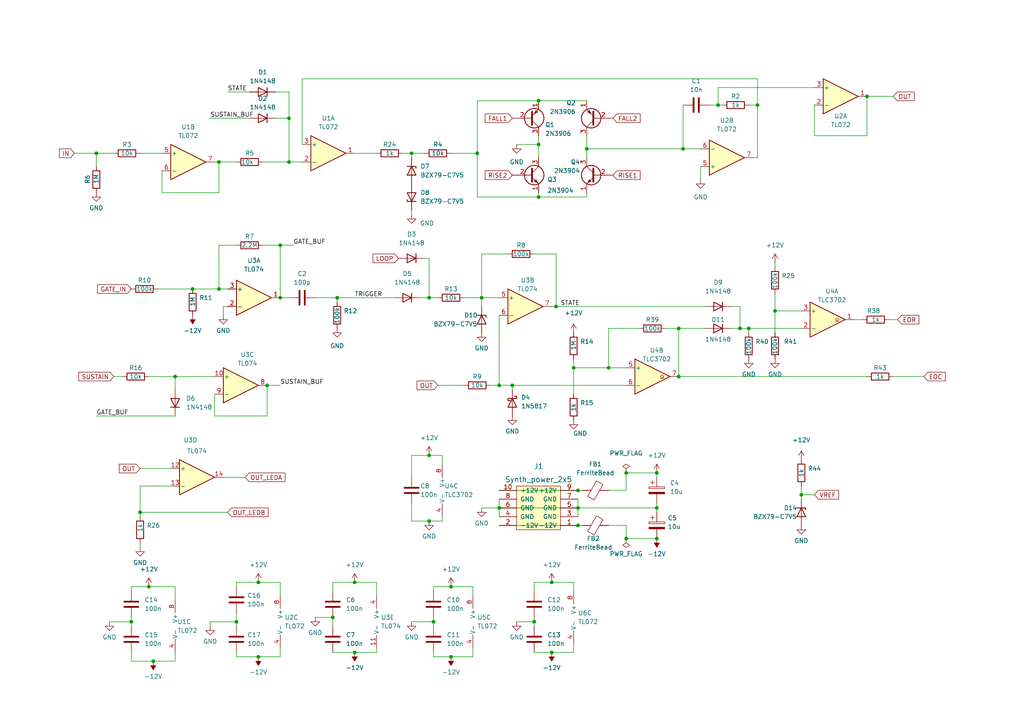
<source format=kicad_sch>
(kicad_sch (version 20230121) (generator eeschema)
  (paper "A4")
  (title_block (title "Kosmo Slopes") (date "2023-03-18"))
  (junction (at 102.87 189.23))
  (junction (at 190.5 156.21))
  (junction (at 170.18 43.18))
  (junction (at 214.63 95.25))
  (junction (at 167.64 147.32))
  (junction (at 43.18 170.18))
  (junction (at 83.82 34.29))
  (junction (at 232.41 143.51))
  (junction (at 154.94 180.34))
  (junction (at 196.85 109.22))
  (junction (at 68.58 180.34))
  (junction (at 63.5 46.99))
  (junction (at 251.46 27.94))
  (junction (at 77.47 111.76))
  (junction (at 81.28 86.36))
  (junction (at 198.12 43.18))
  (junction (at 50.8 109.22))
  (junction (at 167.64 152.4))
  (junction (at 176.53 106.68))
  (junction (at 124.46 132.08))
  (junction (at 217.17 95.25))
  (junction (at 167.64 142.24))
  (junction (at 156.21 29.21))
  (junction (at 148.59 111.76))
  (junction (at 55.88 83.82))
  (junction (at 219.71 30.48))
  (junction (at 102.87 168.91))
  (junction (at 181.61 156.21))
  (junction (at 166.37 106.68))
  (junction (at 208.28 30.48))
  (junction (at 190.5 137.16))
  (junction (at 160.02 189.23))
  (junction (at 130.81 190.5))
  (junction (at 40.64 148.59))
  (junction (at 190.5 147.32))
  (junction (at 97.79 86.36))
  (junction (at 161.29 88.9))
  (junction (at 74.93 190.5))
  (junction (at 224.79 90.17))
  (junction (at 144.78 147.32))
  (junction (at 124.46 151.13))
  (junction (at 44.45 191.77))
  (junction (at 124.46 86.36))
  (junction (at 74.93 168.91))
  (junction (at 181.61 137.16))
  (junction (at 27.94 44.45))
  (junction (at 196.85 95.25))
  (junction (at 96.52 179.07))
  (junction (at 160.02 168.91))
  (junction (at 144.78 111.76))
  (junction (at 138.43 44.45))
  (junction (at 83.82 46.99))
  (junction (at 139.7 86.36))
  (junction (at 130.81 170.18))
  (junction (at 63.5 83.82))
  (junction (at 119.38 44.45))
  (junction (at 38.1 180.34))
  (junction (at 81.28 71.12))
  (junction (at 156.21 41.91))
  (junction (at 125.73 180.34))
  (junction (at 156.21 57.15))
  (wire (pts (xy 251.46 39.37) (xy 251.46 27.94)))
  (wire (pts (xy 38.1 171.45) (xy 38.1 170.18)))
  (wire (pts (xy 154.94 179.07) (xy 154.94 180.34)))
  (wire (pts (xy 218.44 45.72) (xy 219.71 45.72)))
  (wire (pts (xy 81.28 86.36) (xy 83.82 86.36)))
  (wire (pts (xy 236.22 25.4) (xy 208.28 25.4)))
  (wire (pts (xy 128.27 134.62) (xy 128.27 132.08)))
  (wire (pts (xy 198.12 30.48) (xy 198.12 43.18)))
  (wire (pts (xy 219.71 22.86) (xy 219.71 30.48)))
  (wire (pts (xy 27.94 44.45) (xy 27.94 48.26)))
  (wire (pts (xy 63.5 83.82) (xy 66.04 83.82)))
  (wire (pts (xy 46.99 49.53) (xy 46.99 55.88)))
  (wire (pts (xy 190.5 137.16) (xy 190.5 138.43)))
  (wire (pts (xy 66.04 26.67) (xy 72.39 26.67)))
  (wire (pts (xy 44.45 191.77) (xy 50.8 191.77)))
  (wire (pts (xy 102.87 44.45) (xy 109.22 44.45)))
  (wire (pts (xy 161.29 73.66) (xy 161.29 88.9)))
  (wire (pts (xy 144.78 144.78) (xy 144.78 147.32)))
  (wire (pts (xy 208.28 25.4) (xy 208.28 30.48)))
  (wire (pts (xy 156.21 39.37) (xy 156.21 41.91)))
  (wire (pts (xy 144.78 142.24) (xy 167.64 142.24)))
  (wire (pts (xy 167.64 147.32) (xy 167.64 149.86)))
  (wire (pts (xy 43.18 109.22) (xy 50.8 109.22)))
  (wire (pts (xy 77.47 111.76) (xy 81.28 111.76)))
  (wire (pts (xy 154.94 73.66) (xy 161.29 73.66)))
  (wire (pts (xy 109.22 172.72) (xy 109.22 168.91)))
  (wire (pts (xy 124.46 151.13) (xy 128.27 151.13)))
  (wire (pts (xy 40.64 148.59) (xy 66.04 148.59)))
  (wire (pts (xy 181.61 156.21) (xy 190.5 156.21)))
  (wire (pts (xy 125.73 170.18) (xy 130.81 170.18)))
  (wire (pts (xy 144.78 152.4) (xy 167.64 152.4)))
  (wire (pts (xy 156.21 57.15) (xy 170.18 57.15)))
  (wire (pts (xy 181.61 137.16) (xy 190.5 137.16)))
  (wire (pts (xy 46.99 55.88) (xy 63.5 55.88)))
  (wire (pts (xy 167.64 147.32) (xy 190.5 147.32)))
  (wire (pts (xy 232.41 95.25) (xy 217.17 95.25)))
  (wire (pts (xy 196.85 95.25) (xy 196.85 109.22)))
  (wire (pts (xy 91.44 86.36) (xy 97.79 86.36)))
  (wire (pts (xy 40.64 140.97) (xy 40.64 148.59)))
  (wire (pts (xy 190.5 146.05) (xy 190.5 147.32)))
  (wire (pts (xy 260.35 92.71) (xy 257.81 92.71)))
  (wire (pts (xy 166.37 189.23) (xy 160.02 189.23)))
  (wire (pts (xy 68.58 190.5) (xy 74.93 190.5)))
  (wire (pts (xy 176.53 142.24) (xy 181.61 142.24)))
  (wire (pts (xy 168.91 142.24) (xy 167.64 142.24)))
  (wire (pts (xy 138.43 29.21) (xy 156.21 29.21)))
  (wire (pts (xy 119.38 60.96) (xy 119.38 62.23)))
  (wire (pts (xy 45.72 83.82) (xy 55.88 83.82)))
  (wire (pts (xy 166.37 104.14) (xy 166.37 106.68)))
  (wire (pts (xy 60.96 180.34) (xy 60.96 181.61)))
  (wire (pts (xy 138.43 57.15) (xy 156.21 57.15)))
  (wire (pts (xy 68.58 71.12) (xy 63.5 71.12)))
  (wire (pts (xy 176.53 106.68) (xy 166.37 106.68)))
  (wire (pts (xy 87.63 22.86) (xy 219.71 22.86)))
  (wire (pts (xy 55.88 83.82) (xy 63.5 83.82)))
  (wire (pts (xy 139.7 86.36) (xy 144.78 86.36)))
  (wire (pts (xy 170.18 57.15) (xy 170.18 55.88)))
  (wire (pts (xy 124.46 86.36) (xy 127 86.36)))
  (wire (pts (xy 77.47 120.65) (xy 77.47 111.76)))
  (wire (pts (xy 142.24 111.76) (xy 144.78 111.76)))
  (wire (pts (xy 217.17 95.25) (xy 217.17 96.52)))
  (wire (pts (xy 147.32 73.66) (xy 139.7 73.66)))
  (wire (pts (xy 185.42 95.25) (xy 176.53 95.25)))
  (wire (pts (xy 170.18 43.18) (xy 170.18 45.72)))
  (wire (pts (xy 125.73 179.07) (xy 125.73 180.34)))
  (wire (pts (xy 124.46 132.08) (xy 128.27 132.08)))
  (wire (pts (xy 38.1 191.77) (xy 44.45 191.77)))
  (wire (pts (xy 27.94 120.65) (xy 50.8 120.65)))
  (wire (pts (xy 236.22 39.37) (xy 251.46 39.37)))
  (wire (pts (xy 96.52 179.07) (xy 96.52 181.61)))
  (wire (pts (xy 109.22 187.96) (xy 109.22 189.23)))
  (wire (pts (xy 214.63 88.9) (xy 214.63 95.25)))
  (wire (pts (xy 50.8 170.18) (xy 43.18 170.18)))
  (wire (pts (xy 50.8 173.99) (xy 50.8 170.18)))
  (wire (pts (xy 193.04 95.25) (xy 196.85 95.25)))
  (wire (pts (xy 50.8 109.22) (xy 62.23 109.22)))
  (wire (pts (xy 232.41 143.51) (xy 236.22 143.51)))
  (wire (pts (xy 251.46 27.94) (xy 259.08 27.94)))
  (wire (pts (xy 60.96 34.29) (xy 72.39 34.29)))
  (wire (pts (xy 217.17 95.25) (xy 214.63 95.25)))
  (wire (pts (xy 38.1 179.07) (xy 38.1 180.34)))
  (wire (pts (xy 21.59 44.45) (xy 27.94 44.45)))
  (wire (pts (xy 236.22 30.48) (xy 236.22 39.37)))
  (wire (pts (xy 208.28 30.48) (xy 209.55 30.48)))
  (wire (pts (xy 80.01 34.29) (xy 83.82 34.29)))
  (wire (pts (xy 76.2 71.12) (xy 81.28 71.12)))
  (wire (pts (xy 31.75 180.34) (xy 38.1 180.34)))
  (wire (pts (xy 156.21 41.91) (xy 156.21 45.72)))
  (wire (pts (xy 154.94 189.23) (xy 160.02 189.23)))
  (wire (pts (xy 80.01 26.67) (xy 83.82 26.67)))
  (wire (pts (xy 224.79 85.09) (xy 224.79 90.17)))
  (wire (pts (xy 62.23 114.3) (xy 62.23 120.65)))
  (wire (pts (xy 139.7 147.32) (xy 144.78 147.32)))
  (wire (pts (xy 81.28 190.5) (xy 74.93 190.5)))
  (wire (pts (xy 170.18 39.37) (xy 170.18 43.18)))
  (wire (pts (xy 119.38 138.43) (xy 119.38 132.08)))
  (wire (pts (xy 68.58 168.91) (xy 74.93 168.91)))
  (wire (pts (xy 62.23 120.65) (xy 77.47 120.65)))
  (wire (pts (xy 144.78 111.76) (xy 148.59 111.76)))
  (wire (pts (xy 212.09 88.9) (xy 214.63 88.9)))
  (wire (pts (xy 40.64 44.45) (xy 46.99 44.45)))
  (wire (pts (xy 96.52 168.91) (xy 96.52 171.45)))
  (wire (pts (xy 247.65 92.71) (xy 250.19 92.71)))
  (wire (pts (xy 81.28 187.96) (xy 81.28 190.5)))
  (wire (pts (xy 166.37 106.68) (xy 166.37 114.3)))
  (wire (pts (xy 224.79 90.17) (xy 232.41 90.17)))
  (wire (pts (xy 176.53 95.25) (xy 176.53 106.68)))
  (wire (pts (xy 181.61 106.68) (xy 176.53 106.68)))
  (wire (pts (xy 38.1 191.77) (xy 38.1 189.23)))
  (wire (pts (xy 87.63 41.91) (xy 87.63 22.86)))
  (wire (pts (xy 144.78 147.32) (xy 167.64 147.32)))
  (wire (pts (xy 203.2 48.26) (xy 203.2 52.07)))
  (wire (pts (xy 102.87 168.91) (xy 109.22 168.91)))
  (wire (pts (xy 125.73 171.45) (xy 125.73 170.18)))
  (wire (pts (xy 38.1 170.18) (xy 43.18 170.18)))
  (wire (pts (xy 125.73 190.5) (xy 130.81 190.5)))
  (wire (pts (xy 74.93 168.91) (xy 81.28 168.91)))
  (wire (pts (xy 40.64 148.59) (xy 40.64 149.86)))
  (wire (pts (xy 63.5 71.12) (xy 63.5 83.82)))
  (wire (pts (xy 154.94 168.91) (xy 160.02 168.91)))
  (wire (pts (xy 130.81 190.5) (xy 137.16 190.5)))
  (wire (pts (xy 60.96 180.34) (xy 68.58 180.34)))
  (wire (pts (xy 214.63 95.25) (xy 212.09 95.25)))
  (wire (pts (xy 68.58 168.91) (xy 68.58 170.18)))
  (wire (pts (xy 217.17 30.48) (xy 219.71 30.48)))
  (wire (pts (xy 124.46 74.93) (xy 124.46 86.36)))
  (wire (pts (xy 96.52 168.91) (xy 102.87 168.91)))
  (wire (pts (xy 97.79 86.36) (xy 114.3 86.36)))
  (wire (pts (xy 232.41 140.97) (xy 232.41 143.51)))
  (wire (pts (xy 138.43 44.45) (xy 138.43 29.21)))
  (wire (pts (xy 137.16 172.72) (xy 137.16 170.18)))
  (wire (pts (xy 119.38 180.34) (xy 125.73 180.34)))
  (wire (pts (xy 83.82 34.29) (xy 83.82 46.99)))
  (wire (pts (xy 66.04 88.9) (xy 64.77 88.9)))
  (wire (pts (xy 123.19 74.93) (xy 124.46 74.93)))
  (wire (pts (xy 156.21 57.15) (xy 156.21 55.88)))
  (wire (pts (xy 68.58 177.8) (xy 68.58 180.34)))
  (wire (pts (xy 148.59 111.76) (xy 181.61 111.76)))
  (wire (pts (xy 97.79 86.36) (xy 97.79 87.63)))
  (wire (pts (xy 40.64 135.89) (xy 49.53 135.89)))
  (wire (pts (xy 130.81 44.45) (xy 138.43 44.45)))
  (wire (pts (xy 166.37 168.91) (xy 160.02 168.91)))
  (wire (pts (xy 119.38 132.08) (xy 124.46 132.08)))
  (wire (pts (xy 127 111.76) (xy 134.62 111.76)))
  (wire (pts (xy 81.28 168.91) (xy 81.28 172.72)))
  (wire (pts (xy 128.27 149.86) (xy 128.27 151.13)))
  (wire (pts (xy 76.2 46.99) (xy 83.82 46.99)))
  (wire (pts (xy 166.37 186.69) (xy 166.37 189.23)))
  (wire (pts (xy 68.58 190.5) (xy 68.58 189.23)))
  (wire (pts (xy 64.77 88.9) (xy 64.77 91.44)))
  (wire (pts (xy 64.77 138.43) (xy 71.12 138.43)))
  (wire (pts (xy 198.12 43.18) (xy 203.2 43.18)))
  (wire (pts (xy 139.7 88.9) (xy 139.7 86.36)))
  (wire (pts (xy 83.82 26.67) (xy 83.82 34.29)))
  (wire (pts (xy 91.44 179.07) (xy 96.52 179.07)))
  (wire (pts (xy 196.85 109.22) (xy 251.46 109.22)))
  (wire (pts (xy 109.22 189.23) (xy 102.87 189.23)))
  (wire (pts (xy 50.8 109.22) (xy 50.8 113.03)))
  (wire (pts (xy 83.82 46.99) (xy 87.63 46.99)))
  (wire (pts (xy 161.29 88.9) (xy 204.47 88.9)))
  (wire (pts (xy 148.59 111.76) (xy 148.59 113.03)))
  (wire (pts (xy 68.58 180.34) (xy 68.58 181.61)))
  (wire (pts (xy 170.18 43.18) (xy 198.12 43.18)))
  (wire (pts (xy 166.37 171.45) (xy 166.37 168.91)))
  (wire (pts (xy 181.61 152.4) (xy 181.61 156.21)))
  (wire (pts (xy 49.53 140.97) (xy 40.64 140.97)))
  (wire (pts (xy 190.5 147.32) (xy 190.5 148.59)))
  (wire (pts (xy 232.41 143.51) (xy 232.41 144.78)))
  (wire (pts (xy 168.91 152.4) (xy 167.64 152.4)))
  (wire (pts (xy 154.94 168.91) (xy 154.94 171.45)))
  (wire (pts (xy 125.73 181.61) (xy 125.73 180.34)))
  (wire (pts (xy 154.94 180.34) (xy 154.94 181.61)))
  (wire (pts (xy 40.64 157.48) (xy 40.64 158.75)))
  (wire (pts (xy 259.08 109.22) (xy 267.97 109.22)))
  (wire (pts (xy 27.94 44.45) (xy 33.02 44.45)))
  (wire (pts (xy 161.29 88.9) (xy 160.02 88.9)))
  (wire (pts (xy 50.8 189.23) (xy 50.8 191.77)))
  (wire (pts (xy 224.79 96.52) (xy 224.79 90.17)))
  (wire (pts (xy 167.64 144.78) (xy 167.64 147.32)))
  (wire (pts (xy 224.79 77.47) (xy 224.79 76.2)))
  (wire (pts (xy 116.84 44.45) (xy 119.38 44.45)))
  (wire (pts (xy 137.16 170.18) (xy 130.81 170.18)))
  (wire (pts (xy 219.71 30.48) (xy 219.71 45.72)))
  (wire (pts (xy 149.86 180.34) (xy 154.94 180.34)))
  (wire (pts (xy 121.92 86.36) (xy 124.46 86.36)))
  (wire (pts (xy 63.5 46.99) (xy 68.58 46.99)))
  (wire (pts (xy 138.43 44.45) (xy 138.43 57.15)))
  (wire (pts (xy 205.74 30.48) (xy 208.28 30.48)))
  (wire (pts (xy 119.38 44.45) (xy 119.38 45.72)))
  (wire (pts (xy 196.85 95.25) (xy 204.47 95.25)))
  (wire (pts (xy 96.52 189.23) (xy 102.87 189.23)))
  (wire (pts (xy 119.38 151.13) (xy 124.46 151.13)))
  (wire (pts (xy 134.62 86.36) (xy 139.7 86.36)))
  (wire (pts (xy 144.78 147.32) (xy 144.78 149.86)))
  (wire (pts (xy 33.02 109.22) (xy 35.56 109.22)))
  (wire (pts (xy 63.5 55.88) (xy 63.5 46.99)))
  (wire (pts (xy 125.73 189.23) (xy 125.73 190.5)))
  (wire (pts (xy 156.21 29.21) (xy 170.18 29.21)))
  (wire (pts (xy 176.53 152.4) (xy 181.61 152.4)))
  (wire (pts (xy 139.7 73.66) (xy 139.7 86.36)))
  (wire (pts (xy 38.1 180.34) (xy 38.1 181.61)))
  (wire (pts (xy 119.38 151.13) (xy 119.38 146.05)))
  (wire (pts (xy 62.23 46.99) (xy 63.5 46.99)))
  (wire (pts (xy 137.16 187.96) (xy 137.16 190.5)))
  (wire (pts (xy 181.61 142.24) (xy 181.61 137.16)))
  (wire (pts (xy 119.38 44.45) (xy 123.19 44.45)))
  (wire (pts (xy 144.78 91.44) (xy 144.78 111.76)))
  (wire (pts (xy 149.86 41.91) (xy 156.21 41.91)))
  (wire (pts (xy 81.28 71.12) (xy 81.28 86.36)))
  (wire (pts (xy 81.28 71.12) (xy 85.09 71.12)))
  (label "TRIGGER" (at 102.87 86.36 0))
  (label "SUSTAIN_BUF" (at 60.96 34.29 0))
  (label "GATE_BUF" (at 27.94 120.65 0))
  (label "STATE" (at 66.04 26.67 0))
  (label "STATE" (at 162.56 88.9 0))
  (label "GATE_BUF" (at 85.09 71.12 0))
  (label "SUSTAIN_BUF" (at 81.28 111.76 0))
  (global_label "OUT" (shape input) (at 259.08 27.94 0) (property "Intersheetrefs" "${INTERSHEET_REFS}" (effects hide)))
  (global_label "OUT" (shape input) (at 40.64 135.89 180) (property "Intersheetrefs" "${INTERSHEET_REFS}" (effects hide)))
  (global_label "FALL1" (shape input) (at 148.59 34.29 180) (property "Intersheetrefs" "${INTERSHEET_REFS}" (effects hide)))
  (global_label "GATE_IN" (shape input) (at 38.1 83.82 180) (property "Intersheetrefs" "${INTERSHEET_REFS}" (effects hide)))
  (global_label "OUT_LEDB" (shape input) (at 66.04 148.59 0) (property "Intersheetrefs" "${INTERSHEET_REFS}" (effects hide)))
  (global_label "EOC" (shape input) (at 267.97 109.22 0) (property "Intersheetrefs" "${INTERSHEET_REFS}" (effects hide)))
  (global_label "LOOP" (shape input) (at 115.57 74.93 180) (property "Intersheetrefs" "${INTERSHEET_REFS}" (effects hide)))
  (global_label "VREF" (shape input) (at 236.22 143.51 0) (property "Intersheetrefs" "${INTERSHEET_REFS}" (effects hide)))
  (global_label "FALL2" (shape input) (at 177.8 34.29 0) (property "Intersheetrefs" "${INTERSHEET_REFS}" (effects hide)))
  (global_label "EOR" (shape input) (at 260.35 92.71 0) (property "Intersheetrefs" "${INTERSHEET_REFS}" (effects hide)))
  (global_label "OUT_LEDA" (shape input) (at 71.12 138.43 0) (property "Intersheetrefs" "${INTERSHEET_REFS}" (effects hide)))
  (global_label "SUSTAIN" (shape input) (at 33.02 109.22 180) (property "Intersheetrefs" "${INTERSHEET_REFS}" (effects hide)))
  (global_label "IN" (shape input) (at 21.59 44.45 180) (property "Intersheetrefs" "${INTERSHEET_REFS}" (effects hide)))
  (global_label "OUT" (shape input) (at 127 111.76 180) (property "Intersheetrefs" "${INTERSHEET_REFS}" (effects hide)))
  (global_label "RISE1" (shape input) (at 177.8 50.8 0) (property "Intersheetrefs" "${INTERSHEET_REFS}" (effects hide)))
  (global_label "RISE2" (shape input) (at 148.59 50.8 180) (property "Intersheetrefs" "${INTERSHEET_REFS}" (effects hide)))
  (symbol (lib_id "power:GND") (at 232.41 152.4 0) (unit 1)
    (property "Reference" "#PWR0101" (effects hide))
    (property "Value" "GND" (at 232.41 156.845 0))
  )
  (symbol (lib_id "Device:FerriteBead") (at 172.72 152.4 90) (unit 1)
    (property "Reference" "FB2" (at 172.085 156.21 90))
    (property "Value" "FerriteBead" (at 172.085 158.75 90))
    (property "Footprint" "Inductor_THT:L_Axial_L5.0mm_D3.6mm_P10.00mm_Horizontal_Murata_BL01RN1A2A2" (effects hide))
  )
  (symbol (lib_id "AO_symbols:R") (at 213.36 30.48 90) (unit 1)
    (property "Reference" "R2" (at 213.36 27.94 90))
    (property "Value" "1k" (at 213.36 30.48 90))
    (property "Footprint" "AO_tht:R_Axial_DIN0207_L6.3mm_D2.5mm_P10.16mm_Horizontal" (effects hide))
    (property "Vendor" "Tayda" (effects hide))
  )
  (symbol (lib_id "power:-12V") (at 74.93 190.5 180) (unit 1)
    (property "Reference" "#PWR0131" (effects hide))
    (property "Value" "-12V" (at 74.93 194.945 0))
  )
  (symbol (lib_id "AO_symbols:R") (at 217.17 100.33 180) (unit 1)
    (property "Reference" "R40" (at 219.075 99.0599 0) (effects (justify right)))
    (property "Value" "100k" (at 217.17 102.87 90) (effects (justify right)))
    (property "Footprint" "AO_tht:R_Axial_DIN0207_L6.3mm_D2.5mm_P10.16mm_Horizontal" (effects hide))
    (property "Vendor" "Tayda" (effects hide))
  )
  (symbol (lib_id "power:PWR_FLAG") (at 181.61 137.16 0) (unit 1)
    (property "Reference" "#FLG0101" (effects hide))
    (property "Value" "PWR_FLAG" (at 181.61 131.445 0))
  )
  (symbol (lib_id "power:-12V") (at 55.88 91.44 180) (unit 1)
    (property "Reference" "#PWR0119" (effects hide))
    (property "Value" "-12V" (at 55.88 95.885 0))
  )
  (symbol (lib_id "AO_symbols:1N47xxA") (at 119.38 57.15 90) (unit 1)
    (property "Reference" "D8" (at 121.92 55.8799 90) (effects (justify right)))
    (property "Value" "BZX79-C7V5" (at 121.92 58.4199 90) (effects (justify right)))
    (property "Footprint" "Diode_THT:D_DO-41_SOD81_P10.16mm_Horizontal" (effects hide))
    (property "Datasheet" "http://www.vishay.com/docs/85790/zpy3v9.pdf" (effects hide))
    (property "Vendor" "Tayda" (effects hide))
    (property "SKU" "A-169" (effects hide))
    (property "Manufacturer" "Vishay" (effects hide))
  )
  (symbol (lib_id "AO_symbols:TL072") (at 168.91 179.07 0) (unit 3)
    (property "Reference" "U6" (at 167.64 177.7999 0) (effects (justify left)))
    (property "Value" "TL072" (at 167.64 180.3399 0) (effects (justify left)))
    (property "Footprint" "AO_tht:DIP-8_W7.62mm_Socket_LongPads" (effects hide))
    (property "Vendor" "Tayda" (effects hide))
    (property "SKU" "A-037" (effects hide))
  )
  (symbol (lib_id "AO_symbols:1N4148") (at 50.8 116.84 90) (unit 1)
    (property "Reference" "D6" (at 53.975 115.5699 90) (effects (justify right)))
    (property "Value" "1N4148" (at 53.975 118.1099 90) (effects (justify right)))
    (property "Footprint" "AO_tht:D_DO-35_SOD27_P7.62mm_Horizontal" (effects hide))
    (property "Vendor" "Tayda" (effects hide))
    (property "SKU" "A-157" (effects hide))
  )
  (symbol (lib_id "AO_symbols:R") (at 166.37 118.11 0) (unit 1)
    (property "Reference" "R15" (at 168.275 116.8399 0) (effects (justify left)))
    (property "Value" "1k" (at 166.37 119.38 90) (effects (justify left)))
    (property "Footprint" "AO_tht:R_Axial_DIN0207_L6.3mm_D2.5mm_P10.16mm_Horizontal" (effects hide))
    (property "Vendor" "Tayda" (effects hide))
  )
  (symbol (lib_id "power:GND") (at 97.79 95.25 0) (unit 1)
    (property "Reference" "#PWR0112" (effects hide))
    (property "Value" "GND" (at 97.79 100.33 0))
  )
  (symbol (lib_id "power:GND") (at 224.79 104.14 0) (unit 1)
    (property "Reference" "#PWR0103" (effects hide))
    (property "Value" "GND" (at 224.79 108.585 0))
  )
  (symbol (lib_id "power:GND") (at 60.96 181.61 0) (unit 1)
    (property "Reference" "#PWR0130" (effects hide))
    (property "Value" "GND" (at 60.96 186.055 0))
  )
  (symbol (lib_id "power:GND") (at 166.37 121.92 0) (unit 1)
    (property "Reference" "#PWR0116" (effects hide))
    (property "Value" "GND" (at 168.275 125.73 0))
  )
  (symbol (lib_id "power:+12V") (at 102.87 168.91 0) (unit 1)
    (property "Reference" "#PWR0110" (effects hide))
    (property "Value" "+12V" (at 102.87 163.83 0))
  )
  (symbol (lib_id "AO_symbols:C") (at 38.1 175.26 0) (unit 1)
    (property "Reference" "C14" (at 41.91 173.9899 0) (effects (justify left)))
    (property "Value" "100n" (at 41.91 176.5299 0) (effects (justify left)))
    (property "Footprint" "AO_tht:C_Rect_L7.2mm_W2.5mm_P5.00mm_FKS2_FKP2_MKS2_MKP2" (effects hide))
    (property "Vendor" "Tayda" (effects hide))
  )
  (symbol (lib_id "AO_symbols:TL074") (at 111.76 180.34 0) (unit 5)
    (property "Reference" "U3" (at 110.49 179.0699 0) (effects (justify left)))
    (property "Value" "TL074" (at 110.49 181.6099 0) (effects (justify left)))
    (property "Footprint" "AO_tht:DIP-14_W7.62mm_Socket_LongPads" (effects hide))
    (property "Vendor" "Tayda" (effects hide))
    (property "SKU" "A-1138" (effects hide))
  )
  (symbol (lib_id "power:GND") (at 119.38 180.34 0) (unit 1)
    (property "Reference" "#PWR0133" (effects hide))
    (property "Value" "GND" (at 119.38 184.785 0))
  )
  (symbol (lib_id "power:GND") (at 31.75 180.34 0) (unit 1)
    (property "Reference" "#PWR0125" (effects hide))
    (property "Value" "GND" (at 31.75 184.785 0))
  )
  (symbol (lib_id "AO_symbols:C") (at 119.38 142.24 0) (unit 1)
    (property "Reference" "C8" (at 121.92 140.97 0) (effects (justify left)))
    (property "Value" "100n" (at 121.92 143.51 0) (effects (justify left)))
    (property "Footprint" "AO_tht:C_Rect_L7.2mm_W2.5mm_P5.00mm_FKS2_FKP2_MKS2_MKP2" (effects hide))
    (property "Vendor" "Tayda" (effects hide))
  )
  (symbol (lib_id "AO_symbols:R") (at 72.39 46.99 90) (unit 1)
    (property "Reference" "R5" (at 72.39 44.45 90))
    (property "Value" "10k" (at 71.755 46.99 90))
    (property "Footprint" "AO_tht:R_Axial_DIN0207_L6.3mm_D2.5mm_P10.16mm_Horizontal" (effects hide))
    (property "Vendor" "Tayda" (effects hide))
  )
  (symbol (lib_id "power:GND") (at 91.44 179.07 0) (unit 1)
    (property "Reference" "#PWR0136" (effects hide))
    (property "Value" "GND" (at 91.44 183.515 0))
  )
  (symbol (lib_id "power:+12V") (at 232.41 133.35 0) (unit 1)
    (property "Reference" "#PWR0102" (effects hide))
    (property "Value" "+12V" (at 232.41 127.635 0))
  )
  (symbol (lib_id "AO_symbols:C") (at 87.63 86.36 90) (unit 1)
    (property "Reference" "C2" (at 87.63 79.375 90))
    (property "Value" "100p" (at 87.63 81.915 90))
    (property "Footprint" "AO_tht:C_Rect_L7.2mm_W2.5mm_P5.00mm_FKS2_FKP2_MKS2_MKP2" (effects hide))
    (property "Vendor" "Tayda" (effects hide))
  )
  (symbol (lib_id "power:GND") (at 203.2 52.07 0) (unit 1)
    (property "Reference" "#PWR0106" (effects hide))
    (property "Value" "GND" (at 203.2 57.15 0))
  )
  (symbol (lib_id "AO_symbols:C") (at 125.73 185.42 0) (unit 1)
    (property "Reference" "C11" (at 129.54 184.1499 0) (effects (justify left)))
    (property "Value" "100n" (at 129.54 186.6899 0) (effects (justify left)))
    (property "Footprint" "AO_tht:C_Rect_L7.2mm_W2.5mm_P5.00mm_FKS2_FKP2_MKS2_MKP2" (effects hide))
    (property "Vendor" "Tayda" (effects hide))
  )
  (symbol (lib_id "AO_symbols:TL072") (at 83.82 180.34 0) (unit 3)
    (property "Reference" "U2" (at 82.55 179.0699 0) (effects (justify left)))
    (property "Value" "TL072" (at 82.55 181.6099 0) (effects (justify left)))
    (property "Footprint" "AO_tht:DIP-8_W7.62mm_Socket_LongPads" (effects hide))
    (property "Vendor" "Tayda" (effects hide))
    (property "SKU" "A-037" (effects hide))
  )
  (symbol (lib_id "AO_symbols:1N4148") (at 119.38 74.93 180) (unit 1)
    (property "Reference" "D3" (at 119.38 67.945 0))
    (property "Value" "1N4148" (at 119.38 70.485 0))
    (property "Footprint" "AO_tht:D_DO-35_SOD27_P7.62mm_Horizontal" (effects hide))
    (property "Vendor" "Tayda" (effects hide))
    (property "SKU" "A-157" (effects hide))
  )
  (symbol (lib_id "AO_symbols:R") (at 166.37 100.33 0) (unit 1)
    (property "Reference" "R14" (at 168.275 99.0599 0) (effects (justify left)))
    (property "Value" "1M" (at 166.37 101.6 90) (effects (justify left)))
    (property "Footprint" "AO_tht:R_Axial_DIN0207_L6.3mm_D2.5mm_P10.16mm_Horizontal" (effects hide))
    (property "Vendor" "Tayda" (effects hide))
  )
  (symbol (lib_id "AO_symbols:C") (at 201.93 30.48 90) (unit 1)
    (property "Reference" "C1" (at 201.93 23.495 90))
    (property "Value" "10n" (at 201.93 26.035 90))
    (property "Footprint" "AO_tht:C_Rect_L7.2mm_W2.5mm_P5.00mm_FKS2_FKP2_MKS2_MKP2" (effects hide))
    (property "Vendor" "Tayda" (effects hide))
  )
  (symbol (lib_id "power:GND") (at 149.86 180.34 0) (unit 1)
    (property "Reference" "#PWR0124" (effects hide))
    (property "Value" "GND" (at 149.86 184.785 0))
  )
  (symbol (lib_id "AO_symbols:R") (at 138.43 111.76 270) (unit 1)
    (property "Reference" "R9" (at 138.43 109.22 90))
    (property "Value" "10k" (at 138.43 111.76 90))
    (property "Footprint" "AO_tht:R_Axial_DIN0207_L6.3mm_D2.5mm_P10.16mm_Horizontal" (effects hide))
    (property "Vendor" "Tayda" (effects hide))
  )
  (symbol (lib_id "power:-12V") (at 102.87 189.23 180) (unit 1)
    (property "Reference" "#PWR0137" (effects hide))
    (property "Value" "-12V" (at 102.87 193.675 0))
  )
  (symbol (lib_id "Device:FerriteBead") (at 172.72 142.24 90) (unit 1)
    (property "Reference" "FB1" (at 172.6692 134.62 90))
    (property "Value" "FerriteBead" (at 172.6692 137.16 90))
    (property "Footprint" "Inductor_THT:L_Axial_L5.0mm_D3.6mm_P10.00mm_Horizontal_Murata_BL01RN1A2A2" (effects hide))
  )
  (symbol (lib_id "power:GND") (at 148.59 120.65 0) (unit 1)
    (property "Reference" "#PWR0111" (effects hide))
    (property "Value" "GND" (at 148.59 125.095 0))
  )
  (symbol (lib_id "power:-12V") (at 130.81 190.5 180) (unit 1)
    (property "Reference" "#PWR0121" (effects hide))
    (property "Value" "-12V" (at 130.81 194.945 0))
  )
  (symbol (lib_id "Comparator:LM393") (at 130.81 142.24 0) (unit 3)
    (property "Reference" "U4" (at 128.905 140.9699 0) (effects (justify left)))
    (property "Value" "TLC3702" (at 128.905 143.5099 0) (effects (justify left)))
    (property "Footprint" "AO_tht:DIP-8_W7.62mm_Socket_LongPads" (effects hide))
    (property "Datasheet" "http://www.ti.com/lit/ds/symlink/lm393.pdf" (effects hide))
    (property "Vendor" "Tayda" (effects hide))
    (property "SKU" "A-037" (effects hide))
  )
  (symbol (lib_id "power:-12V") (at 190.5 156.21 180) (unit 1)
    (property "Reference" "#PWR0108" (effects hide))
    (property "Value" "-12V" (at 190.5 160.655 0))
  )
  (symbol (lib_id "power:GND") (at 149.86 41.91 0) (unit 1)
    (property "Reference" "#PWR0117" (effects hide))
    (property "Value" "GND" (at 149.86 46.99 0))
  )
  (symbol (lib_id "AO_symbols:R") (at 97.79 91.44 0) (unit 1)
    (property "Reference" "R12" (at 99.695 90.1699 0) (effects (justify left)))
    (property "Value" "100k" (at 97.79 93.98 90) (effects (justify left)))
    (property "Footprint" "AO_tht:R_Axial_DIN0207_L6.3mm_D2.5mm_P10.16mm_Horizontal" (effects hide))
    (property "Vendor" "Tayda" (effects hide))
  )
  (symbol (lib_id "AO_symbols:R") (at 189.23 95.25 90) (unit 1)
    (property "Reference" "R39" (at 189.23 92.71 90))
    (property "Value" "100k" (at 189.23 95.25 90))
    (property "Footprint" "AO_tht:R_Axial_DIN0207_L6.3mm_D2.5mm_P10.16mm_Horizontal" (effects hide))
    (property "Vendor" "Tayda" (effects hide))
  )
  (symbol (lib_id "AO_symbols:R") (at 130.81 86.36 90) (unit 1)
    (property "Reference" "R13" (at 130.81 83.82 90))
    (property "Value" "10k" (at 130.81 86.36 90))
    (property "Footprint" "AO_tht:R_Axial_DIN0207_L6.3mm_D2.5mm_P10.16mm_Horizontal" (effects hide))
    (property "Vendor" "Tayda" (effects hide))
  )
  (symbol (lib_id "AO_symbols:1N47xxA") (at 119.38 49.53 270) (unit 1)
    (property "Reference" "D7" (at 121.92 48.2599 90) (effects (justify left)))
    (property "Value" "BZX79-C7V5" (at 121.92 50.7999 90) (effects (justify left)))
    (property "Footprint" "Diode_THT:D_DO-41_SOD81_P10.16mm_Horizontal" (effects hide))
    (property "Datasheet" "http://www.vishay.com/docs/85790/zpy3v9.pdf" (effects hide))
    (property "Vendor" "Tayda" (effects hide))
    (property "SKU" "A-169" (effects hide))
    (property "Manufacturer" "Vishay" (effects hide))
  )
  (symbol (lib_id "power:GND") (at 27.94 55.88 0) (unit 1)
    (property "Reference" "#PWR0138" (effects hide))
    (property "Value" "GND" (at 27.94 60.325 0))
  )
  (symbol (lib_id "power:PWR_FLAG") (at 181.61 156.21 180) (unit 1)
    (property "Reference" "#FLG0102" (effects hide))
    (property "Value" "PWR_FLAG" (at 181.61 160.655 0))
  )
  (symbol (lib_id "AO_symbols:R") (at 224.79 81.28 180) (unit 1)
    (property "Reference" "R25" (at 226.695 80.0099 0) (effects (justify right)))
    (property "Value" "100k" (at 224.79 83.82 90) (effects (justify right)))
    (property "Footprint" "AO_tht:R_Axial_DIN0207_L6.3mm_D2.5mm_P10.16mm_Horizontal" (effects hide))
    (property "Vendor" "Tayda" (effects hide))
  )
  (symbol (lib_id "AO_symbols:CP") (at 190.5 142.24 0) (unit 1)
    (property "Reference" "C4" (at 194.31 140.0809 0) (effects (justify left)))
    (property "Value" "10u" (at 194.31 142.6209 0) (effects (justify left)))
    (property "Footprint" "AO_tht:CP_Radial_D6.3mm_P2.50mm" (effects hide))
    (property "Vendor" "Tayda" (effects hide))
  )
  (symbol (lib_id "AO_symbols:TL072") (at 54.61 46.99 0) (unit 2)
    (property "Reference" "U1" (at 54.61 36.83 0))
    (property "Value" "TL072" (at 54.61 39.37 0))
    (property "Footprint" "AO_tht:DIP-8_W7.62mm_Socket_LongPads" (effects hide))
    (property "Vendor" "Tayda" (effects hide))
    (property "SKU" "A-037" (effects hide))
  )
  (symbol (lib_id "AO_symbols:2N3904") (at 153.67 50.8 0) (unit 1)
    (property "Reference" "Q3" (at 158.75 52.07 0) (effects (justify left)))
    (property "Value" "2N3904" (at 158.75 55.245 0) (effects (justify left)))
    (property "Footprint" "AO_tht:TO-92_Inline_Wide" (effects hide))
    (property "Vendor" "Tayda" (effects hide))
    (property "SKU" "A-111" (effects hide))
  )
  (symbol (lib_id "power:+12V") (at 130.81 170.18 0) (unit 1)
    (property "Reference" "#PWR0123" (effects hide))
    (property "Value" "+12V" (at 130.81 165.1 0))
  )
  (symbol (lib_id "AO_symbols:R") (at 151.13 73.66 90) (unit 1)
    (property "Reference" "R8" (at 151.13 71.12 90))
    (property "Value" "100k" (at 151.13 73.66 90))
    (property "Footprint" "AO_tht:R_Axial_DIN0207_L6.3mm_D2.5mm_P10.16mm_Horizontal" (effects hide))
    (property "Vendor" "Tayda" (effects hide))
  )
  (symbol (lib_id "AO_symbols:R") (at 72.39 71.12 270) (unit 1)
    (property "Reference" "R7" (at 72.39 68.58 90))
    (property "Value" "2.2M" (at 72.39 71.12 90))
    (property "Footprint" "AO_tht:R_Axial_DIN0207_L6.3mm_D2.5mm_P10.16mm_Horizontal" (effects hide))
    (property "Vendor" "Tayda" (effects hide))
  )
  (symbol (lib_id "AO_symbols:CP") (at 190.5 152.4 0) (unit 1)
    (property "Reference" "C5" (at 193.675 150.2409 0) (effects (justify left)))
    (property "Value" "10u" (at 193.675 152.7809 0) (effects (justify left)))
    (property "Footprint" "AO_tht:CP_Radial_D6.3mm_P2.50mm" (effects hide))
    (property "Vendor" "Tayda" (effects hide))
  )
  (symbol (lib_id "AO_symbols:Synth_power_2x5") (at 156.21 147.32 0) (unit 1)
    (property "Reference" "J1" (at 156.21 135.255 0) (effects (font (size 1.524 1.524))))
    (property "Value" "Synth_power_2x5" (at 156.21 139.065 0) (effects (font (size 1.524 1.524))))
    (property "Footprint" "AO_tht:Power_Header" (effects hide))
    (property "Vendor" "Tayda" (effects hide))
    (property "SKU" "A-2939" (effects hide))
  )
  (symbol (lib_id "power:GND") (at 217.17 104.14 0) (unit 1)
    (property "Reference" "#PWR0104" (effects hide))
    (property "Value" "GND" (at 217.17 108.585 0))
  )
  (symbol (lib_id "power:+12V") (at 160.02 168.91 0) (unit 1)
    (property "Reference" "#PWR0120" (effects hide))
    (property "Value" "+12V" (at 160.02 163.83 0))
  )
  (symbol (lib_id "AO_symbols:R") (at 255.27 109.22 270) (unit 1)
    (property "Reference" "R43" (at 255.27 106.68 90))
    (property "Value" "1k" (at 255.27 109.22 90))
    (property "Footprint" "AO_tht:R_Axial_DIN0207_L6.3mm_D2.5mm_P10.16mm_Horizontal" (effects hide))
    (property "Vendor" "Tayda" (effects hide))
  )
  (symbol (lib_id "AO_symbols:C") (at 68.58 185.42 0) (unit 1)
    (property "Reference" "C17" (at 71.755 184.1499 0) (effects (justify left)))
    (property "Value" "100n" (at 71.755 186.6899 0) (effects (justify left)))
    (property "Footprint" "AO_tht:C_Rect_L7.2mm_W2.5mm_P5.00mm_FKS2_FKP2_MKS2_MKP2" (effects hide))
    (property "Vendor" "Tayda" (effects hide))
  )
  (symbol (lib_id "AO_symbols:TL072") (at 95.25 44.45 0) (unit 1)
    (property "Reference" "U1" (at 95.25 34.29 0))
    (property "Value" "TL072" (at 95.25 36.83 0))
    (property "Footprint" "AO_tht:DIP-8_W7.62mm_Socket_LongPads" (effects hide))
    (property "Vendor" "Tayda" (effects hide))
    (property "SKU" "A-037" (effects hide))
  )
  (symbol (lib_id "Comparator:LM393") (at 240.03 92.71 0) (unit 1)
    (property "Reference" "U4" (at 241.3 84.455 0))
    (property "Value" "TLC3702" (at 241.3 86.995 0))
    (property "Footprint" "AO_tht:DIP-8_W7.62mm_Socket_LongPads" (effects hide))
    (property "Datasheet" "http://www.ti.com/lit/ds/symlink/lm393.pdf" (effects hide))
    (property "Vendor" "Tayda" (effects hide))
    (property "SKU" "A-037" (effects hide))
  )
  (symbol (lib_id "AO_symbols:1N47xxA") (at 232.41 148.59 270) (unit 1)
    (property "Reference" "D14" (at 227.33 147.32 90) (effects (justify left)))
    (property "Value" "BZX79-C7V5" (at 218.44 149.86 90) (effects (justify left)))
    (property "Footprint" "Diode_THT:D_DO-41_SOD81_P10.16mm_Horizontal" (effects hide))
    (property "Datasheet" "http://www.vishay.com/docs/85790/zpy3v9.pdf" (effects hide))
    (property "Vendor" "Tayda" (effects hide))
    (property "SKU" "A-169" (effects hide))
    (property "Manufacturer" "Vishay" (effects hide))
  )
  (symbol (lib_id "AO_symbols:C") (at 125.73 175.26 0) (unit 1)
    (property "Reference" "C10" (at 129.54 173.9899 0) (effects (justify left)))
    (property "Value" "100n" (at 129.54 176.5299 0) (effects (justify left)))
    (property "Footprint" "AO_tht:C_Rect_L7.2mm_W2.5mm_P5.00mm_FKS2_FKP2_MKS2_MKP2" (effects hide))
    (property "Vendor" "Tayda" (effects hide))
  )
  (symbol (lib_id "AO_symbols:TL072") (at 53.34 181.61 0) (unit 3)
    (property "Reference" "U1" (at 51.435 180.3399 0) (effects (justify left)))
    (property "Value" "TL072" (at 51.435 182.8799 0) (effects (justify left)))
    (property "Footprint" "AO_tht:DIP-8_W7.62mm_Socket_LongPads" (effects hide))
    (property "Vendor" "Tayda" (effects hide))
    (property "SKU" "A-037" (effects hide))
  )
  (symbol (lib_id "AO_symbols:TL074") (at 69.85 111.76 0) (unit 3)
    (property "Reference" "U3" (at 71.755 102.87 0))
    (property "Value" "TL074" (at 71.755 105.41 0))
    (property "Footprint" "AO_tht:DIP-14_W7.62mm_Socket_LongPads" (effects hide))
    (property "Vendor" "Tayda" (effects hide))
    (property "SKU" "A-1138" (effects hide))
  )
  (symbol (lib_id "AO_symbols:1N4148") (at 118.11 86.36 180) (unit 1)
    (property "Reference" "D5" (at 118.11 79.375 0))
    (property "Value" "1N4148" (at 118.11 81.915 0))
    (property "Footprint" "AO_tht:D_DO-35_SOD27_P7.62mm_Horizontal" (effects hide))
    (property "Vendor" "Tayda" (effects hide))
    (property "SKU" "A-157" (effects hide))
  )
  (symbol (lib_id "power:GND") (at 139.7 96.52 0) (unit 1)
    (property "Reference" "#PWR0113" (effects hide))
    (property "Value" "GND" (at 139.7 100.965 0))
  )
  (symbol (lib_id "power:GND") (at 124.46 151.13 0) (unit 1)
    (property "Reference" "#PWR0132" (effects hide))
    (property "Value" "GND" (at 124.46 155.575 0))
  )
  (symbol (lib_id "AO_symbols:R") (at 40.64 153.67 180) (unit 1)
    (property "Reference" "R26" (at 42.545 152.3999 0) (effects (justify right)))
    (property "Value" "1k" (at 40.64 154.305 90) (effects (justify right)))
    (property "Footprint" "AO_tht:R_Axial_DIN0207_L6.3mm_D2.5mm_P10.16mm_Horizontal" (effects hide))
    (property "Vendor" "Tayda" (effects hide))
  )
  (symbol (lib_id "power:+12V") (at 224.79 76.2 0) (unit 1)
    (property "Reference" "#PWR0105" (effects hide))
    (property "Value" "+12V" (at 224.79 71.12 0))
  )
  (symbol (lib_id "AO_symbols:TL074") (at 73.66 86.36 0) (unit 1)
    (property "Reference" "U3" (at 73.66 75.565 0))
    (property "Value" "TL074" (at 73.66 78.105 0))
    (property "Footprint" "AO_tht:DIP-14_W7.62mm_Socket_LongPads" (effects hide))
    (property "Vendor" "Tayda" (effects hide))
    (property "SKU" "A-1138" (effects hide))
  )
  (symbol (lib_id "AO_symbols:TL072") (at 139.7 180.34 0) (unit 3)
    (property "Reference" "U5" (at 138.43 179.0699 0) (effects (justify left)))
    (property "Value" "TL072" (at 138.43 181.6099 0) (effects (justify left)))
    (property "Footprint" "AO_tht:DIP-8_W7.62mm_Socket_LongPads" (effects hide))
    (property "Vendor" "Tayda" (effects hide))
    (property "SKU" "A-037" (effects hide))
  )
  (symbol (lib_id "power:+12V") (at 124.46 132.08 0) (unit 1)
    (property "Reference" "#PWR0135" (effects hide))
    (property "Value" "+12V" (at 124.46 127 0))
  )
  (symbol (lib_id "AO_symbols:TL072") (at 243.84 27.94 0) (unit 1)
    (property "Reference" "U2" (at 243.84 33.655 0))
    (property "Value" "TL072" (at 243.84 36.195 0))
    (property "Footprint" "AO_tht:DIP-8_W7.62mm_Socket_LongPads" (effects hide))
    (property "Vendor" "Tayda" (effects hide))
    (property "SKU" "A-037" (effects hide))
  )
  (symbol (lib_id "AO_symbols:1N4148") (at 76.2 26.67 180) (unit 1)
    (property "Reference" "D1" (at 76.2 20.955 0))
    (property "Value" "1N4148" (at 76.2 23.495 0))
    (property "Footprint" "AO_tht:D_DO-35_SOD27_P7.62mm_Horizontal" (effects hide))
    (property "Vendor" "Tayda" (effects hide))
    (property "SKU" "A-157" (effects hide))
  )
  (symbol (lib_id "power:GND") (at 139.7 147.32 0) (unit 1)
    (property "Reference" "#PWR0109" (effects hide))
    (property "Value" "GND" (at 139.7 151.765 0))
  )
  (symbol (lib_id "AO_symbols:C") (at 96.52 175.26 0) (unit 1)
    (property "Reference" "C6" (at 100.33 173.9899 0) (effects (justify left)))
    (property "Value" "100n" (at 100.33 176.5299 0) (effects (justify left)))
    (property "Footprint" "AO_tht:C_Rect_L7.2mm_W2.5mm_P5.00mm_FKS2_FKP2_MKS2_MKP2" (effects hide))
    (property "Vendor" "Tayda" (effects hide))
  )
  (symbol (lib_id "AO_symbols:TL074") (at 57.15 138.43 0) (unit 4)
    (property "Reference" "U3" (at 55.245 127.635 0))
    (property "Value" "TL074" (at 57.15 130.81 0))
    (property "Footprint" "AO_tht:DIP-14_W7.62mm_Socket_LongPads" (effects hide))
    (property "Vendor" "Tayda" (effects hide))
    (property "SKU" "A-1138" (effects hide))
  )
  (symbol (lib_id "AO_symbols:R") (at 127 44.45 90) (unit 1)
    (property "Reference" "R4" (at 127 41.91 90))
    (property "Value" "10k" (at 127 44.45 90))
    (property "Footprint" "AO_tht:R_Axial_DIN0207_L6.3mm_D2.5mm_P10.16mm_Horizontal" (effects hide))
    (property "Vendor" "Tayda" (effects hide))
  )
  (symbol (lib_id "AO_symbols:TL072") (at 210.82 45.72 0) (mirror x) (unit 2)
    (property "Reference" "U2" (at 210.82 34.925 0))
    (property "Value" "TL072" (at 210.82 37.465 0))
    (property "Footprint" "AO_tht:DIP-8_W7.62mm_Socket_LongPads" (effects hide))
    (property "Vendor" "Tayda" (effects hide))
    (property "SKU" "A-037" (effects hide))
  )
  (symbol (lib_id "AO_symbols:1N4148") (at 208.28 88.9 180) (unit 1)
    (property "Reference" "D9" (at 208.28 81.915 0))
    (property "Value" "1N4148" (at 208.28 84.455 0))
    (property "Footprint" "AO_tht:D_DO-35_SOD27_P7.62mm_Horizontal" (effects hide))
    (property "Vendor" "Tayda" (effects hide))
    (property "SKU" "A-157" (effects hide))
  )
  (symbol (lib_id "power:+12V") (at 166.37 96.52 0) (unit 1)
    (property "Reference" "#PWR0115" (effects hide))
    (property "Value" "+12V" (at 166.37 90.805 0))
  )
  (symbol (lib_id "AO_symbols:R") (at 232.41 137.16 0) (unit 1)
    (property "Reference" "R44" (at 234.315 135.8899 0) (effects (justify left)))
    (property "Value" "1k" (at 232.41 138.43 90) (effects (justify left)))
    (property "Footprint" "AO_tht:R_Axial_DIN0207_L6.3mm_D2.5mm_P10.16mm_Horizontal" (effects hide))
    (property "Vendor" "Tayda" (effects hide))
  )
  (symbol (lib_id "AO_symbols:R") (at 41.91 83.82 90) (unit 1)
    (property "Reference" "R10" (at 41.91 81.28 90))
    (property "Value" "100k" (at 41.91 83.82 90))
    (property "Footprint" "AO_tht:R_Axial_DIN0207_L6.3mm_D2.5mm_P10.16mm_Horizontal" (effects hide))
    (property "Vendor" "Tayda" (effects hide))
  )
  (symbol (lib_id "AO_symbols:2N3904") (at 172.72 50.8 0) (mirror y) (unit 1)
    (property "Reference" "Q4" (at 168.275 46.99 0) (effects (justify left)))
    (property "Value" "2N3904" (at 168.275 49.53 0) (effects (justify left)))
    (property "Footprint" "AO_tht:TO-92_Inline_Wide" (effects hide))
    (property "Vendor" "Tayda" (effects hide))
    (property "SKU" "A-111" (effects hide))
  )
  (symbol (lib_id "AO_symbols:C") (at 38.1 185.42 0) (unit 1)
    (property "Reference" "C15" (at 41.91 184.1499 0) (effects (justify left)))
    (property "Value" "100n" (at 41.91 186.6899 0) (effects (justify left)))
    (property "Footprint" "AO_tht:C_Rect_L7.2mm_W2.5mm_P5.00mm_FKS2_FKP2_MKS2_MKP2" (effects hide))
    (property "Vendor" "Tayda" (effects hide))
  )
  (symbol (lib_id "AO_symbols:R") (at 27.94 52.07 0) (unit 1)
    (property "Reference" "R6" (at 25.4 53.34 90) (effects (justify left)))
    (property "Value" "1M" (at 27.94 53.34 90) (effects (justify left)))
    (property "Footprint" "AO_tht:R_Axial_DIN0207_L6.3mm_D2.5mm_P10.16mm_Horizontal" (effects hide))
    (property "Vendor" "Tayda" (effects hide))
  )
  (symbol (lib_id "AO_symbols:R") (at 113.03 44.45 90) (unit 1)
    (property "Reference" "R24" (at 113.03 41.91 90))
    (property "Value" "1k" (at 113.03 44.45 90))
    (property "Footprint" "AO_tht:R_Axial_DIN0207_L6.3mm_D2.5mm_P10.16mm_Horizontal" (effects hide))
    (property "Vendor" "Tayda" (effects hide))
  )
  (symbol (lib_id "AO_symbols:R") (at 55.88 87.63 180) (unit 1)
    (property "Reference" "R11" (at 57.785 86.3599 0) (effects (justify right)))
    (property "Value" "1M" (at 55.88 88.9 90) (effects (justify right)))
    (property "Footprint" "AO_tht:R_Axial_DIN0207_L6.3mm_D2.5mm_P10.16mm_Horizontal" (effects hide))
    (property "Vendor" "Tayda" (effects hide))
  )
  (symbol (lib_id "AO_symbols:1N5817") (at 148.59 116.84 270) (unit 1)
    (property "Reference" "D4" (at 151.13 115.2524 90) (effects (justify left)))
    (property "Value" "1N5817" (at 151.13 117.7924 90) (effects (justify left)))
    (property "Footprint" "AO_tht:D_DO-41_SOD81_P10.16mm_Horizontal" (effects hide))
    (property "Vendor" "Tayda" (effects hide))
    (property "SKU" "A-159" (effects hide))
  )
  (symbol (lib_id "AO_symbols:R") (at 36.83 44.45 90) (unit 1)
    (property "Reference" "R3" (at 36.83 41.91 90))
    (property "Value" "10k" (at 36.83 44.45 90))
    (property "Footprint" "AO_tht:R_Axial_DIN0207_L6.3mm_D2.5mm_P10.16mm_Horizontal" (effects hide))
    (property "Vendor" "Tayda" (effects hide))
  )
  (symbol (lib_id "AO_symbols:C") (at 154.94 175.26 0) (unit 1)
    (property "Reference" "C12" (at 158.75 173.9899 0) (effects (justify left)))
    (property "Value" "100n" (at 158.75 176.5299 0) (effects (justify left)))
    (property "Footprint" "AO_tht:C_Rect_L7.2mm_W2.5mm_P5.00mm_FKS2_FKP2_MKS2_MKP2" (effects hide))
    (property "Vendor" "Tayda" (effects hide))
  )
  (symbol (lib_id "AO_symbols:1N4148") (at 208.28 95.25 180) (unit 1)
    (property "Reference" "D11" (at 208.28 92.71 0))
    (property "Value" "1N4148" (at 208.28 98.425 0))
    (property "Footprint" "AO_tht:D_DO-35_SOD27_P7.62mm_Horizontal" (effects hide))
    (property "Vendor" "Tayda" (effects hide))
    (property "SKU" "A-157" (effects hide))
  )
  (symbol (lib_id "AO_symbols:2N3906") (at 172.72 34.29 180) (unit 1)
    (property "Reference" "Q2" (at 167.005 29.845 0) (effects (justify left)))
    (property "Value" "2N3906" (at 167.005 32.385 0) (effects (justify left)))
    (property "Footprint" "AO_tht:TO-92_Inline_Wide" (effects hide))
    (property "Datasheet" "https://www.onsemi.com/pub/Collateral/2N3906-D.PDF" (effects hide))
    (property "Vendor" "Tayda" (effects hide))
    (property "SKU" "A-117" (effects hide))
  )
  (symbol (lib_id "AO_symbols:C") (at 96.52 185.42 0) (unit 1)
    (property "Reference" "C7" (at 100.33 184.1499 0) (effects (justify left)))
    (property "Value" "100n" (at 100.33 186.6899 0) (effects (justify left)))
    (property "Footprint" "AO_tht:C_Rect_L7.2mm_W2.5mm_P5.00mm_FKS2_FKP2_MKS2_MKP2" (effects hide))
    (property "Vendor" "Tayda" (effects hide))
  )
  (symbol (lib_id "AO_symbols:R") (at 224.79 100.33 180) (unit 1)
    (property "Reference" "R41" (at 227.33 99.0599 0) (effects (justify right)))
    (property "Value" "100k" (at 224.79 102.87 90) (effects (justify right)))
    (property "Footprint" "AO_tht:R_Axial_DIN0207_L6.3mm_D2.5mm_P10.16mm_Horizontal" (effects hide))
    (property "Vendor" "Tayda" (effects hide))
  )
  (symbol (lib_id "power:GND") (at 64.77 91.44 0) (unit 1)
    (property "Reference" "#PWR0118" (effects hide))
    (property "Value" "GND" (at 64.77 95.885 0))
  )
  (symbol (lib_id "AO_symbols:R") (at 254 92.71 270) (unit 1)
    (property "Reference" "R38" (at 253.365 90.17 90))
    (property "Value" "1k" (at 254 92.71 90))
    (property "Footprint" "AO_tht:R_Axial_DIN0207_L6.3mm_D2.5mm_P10.16mm_Horizontal" (effects hide))
    (property "Vendor" "Tayda" (effects hide))
  )
  (symbol (lib_id "AO_symbols:1N47xxA") (at 139.7 92.71 270) (unit 1)
    (property "Reference" "D10" (at 134.62 91.44 90) (effects (justify left)))
    (property "Value" "BZX79-C7V5" (at 125.73 93.98 90) (effects (justify left)))
    (property "Footprint" "Diode_THT:D_DO-41_SOD81_P10.16mm_Horizontal" (effects hide))
    (property "Datasheet" "http://www.vishay.com/docs/85790/zpy3v9.pdf" (effects hide))
    (property "Vendor" "Tayda" (effects hide))
    (property "SKU" "A-169" (effects hide))
    (property "Manufacturer" "Vishay" (effects hide))
  )
  (symbol (lib_id "power:GND") (at 119.38 62.23 0) (unit 1)
    (property "Reference" "#PWR0114" (effects hide))
    (property "Value" "GND" (at 123.825 64.77 0))
  )
  (symbol (lib_id "power:+12V") (at 74.93 168.91 0) (unit 1)
    (property "Reference" "#PWR0127" (effects hide))
    (property "Value" "+12V" (at 74.93 163.83 0))
  )
  (symbol (lib_id "AO_symbols:2N3906") (at 153.67 34.29 0) (mirror x) (unit 1)
    (property "Reference" "Q1" (at 158.115 36.195 0) (effects (justify left)))
    (property "Value" "2N3906" (at 158.115 38.735 0) (effects (justify left)))
    (property "Footprint" "AO_tht:TO-92_Inline_Wide" (effects hide))
    (property "Datasheet" "https://www.onsemi.com/pub/Collateral/2N3906-D.PDF" (effects hide))
    (property "Vendor" "Tayda" (effects hide))
    (property "SKU" "A-117" (effects hide))
  )
  (symbol (lib_id "power:+12V") (at 43.18 170.18 0) (unit 1)
    (property "Reference" "#PWR0128" (effects hide))
    (property "Value" "+12V" (at 43.18 165.1 0))
  )
  (symbol (lib_id "AO_symbols:R") (at 39.37 109.22 90) (unit 1)
    (property "Reference" "R16" (at 39.37 106.68 90))
    (property "Value" "10k" (at 39.37 109.22 90))
    (property "Footprint" "AO_tht:R_Axial_DIN0207_L6.3mm_D2.5mm_P10.16mm_Horizontal" (effects hide))
    (property "Vendor" "Tayda" (effects hide))
  )
  (symbol (lib_id "AO_symbols:C") (at 154.94 185.42 0) (unit 1)
    (property "Reference" "C13" (at 158.75 184.1499 0) (effects (justify left)))
    (property "Value" "100n" (at 158.75 186.6899 0) (effects (justify left)))
    (property "Footprint" "AO_tht:C_Rect_L7.2mm_W2.5mm_P5.00mm_FKS2_FKP2_MKS2_MKP2" (effects hide))
    (property "Vendor" "Tayda" (effects hide))
  )
  (symbol (lib_id "AO_symbols:1N4148") (at 76.2 34.29 180) (unit 1)
    (property "Reference" "D2" (at 76.2 28.575 0))
    (property "Value" "1N4148" (at 76.2 31.115 0))
    (property "Footprint" "AO_tht:D_DO-35_SOD27_P7.62mm_Horizontal" (effects hide))
    (property "Vendor" "Tayda" (effects hide))
    (property "SKU" "A-157" (effects hide))
  )
  (symbol (lib_id "power:-12V") (at 44.45 191.77 180) (unit 1)
    (property "Reference" "#PWR0126" (effects hide))
    (property "Value" "-12V" (at 44.45 196.215 0))
  )
  (symbol (lib_id "AO_symbols:TL074") (at 152.4 88.9 0) (unit 2)
    (property "Reference" "U3" (at 153.035 81.28 0))
    (property "Value" "TL074" (at 153.035 83.82 0))
    (property "Footprint" "AO_tht:DIP-14_W7.62mm_Socket_LongPads" (effects hide))
    (property "Vendor" "Tayda" (effects hide))
    (property "SKU" "A-1138" (effects hide))
  )
  (symbol (lib_id "Comparator:LM393") (at 189.23 109.22 0) (unit 2)
    (property "Reference" "U4" (at 190.5 101.6 0))
    (property "Value" "TLC3702" (at 190.5 104.14 0))
    (property "Footprint" "AO_tht:DIP-8_W7.62mm_Socket_LongPads" (effects hide))
    (property "Datasheet" "http://www.ti.com/lit/ds/symlink/lm393.pdf" (effects hide))
    (property "Vendor" "Tayda" (effects hide))
    (property "SKU" "A-037" (effects hide))
  )
  (symbol (lib_id "AO_symbols:C") (at 68.58 173.99 0) (unit 1)
    (property "Reference" "C16" (at 71.755 172.7199 0) (effects (justify left)))
    (property "Value" "100n" (at 71.755 175.2599 0) (effects (justify left)))
    (property "Footprint" "AO_tht:C_Rect_L7.2mm_W2.5mm_P5.00mm_FKS2_FKP2_MKS2_MKP2" (effects hide))
    (property "Vendor" "Tayda" (effects hide))
  )
  (symbol (lib_id "power:-12V") (at 160.02 189.23 180) (unit 1)
    (property "Reference" "#PWR0122" (effects hide))
    (property "Value" "-12V" (at 160.02 193.675 0))
  )
  (symbol (lib_id "power:GND") (at 40.64 158.75 0) (unit 1)
    (property "Reference" "#PWR0129" (effects hide))
    (property "Value" "GND" (at 40.64 163.195 0))
  )
  (symbol (lib_id "power:+12V") (at 190.5 137.16 0) (unit 1)
    (property "Reference" "#PWR0107" (effects hide))
    (property "Value" "+12V" (at 190.5 132.08 0))
  )
)
</source>
